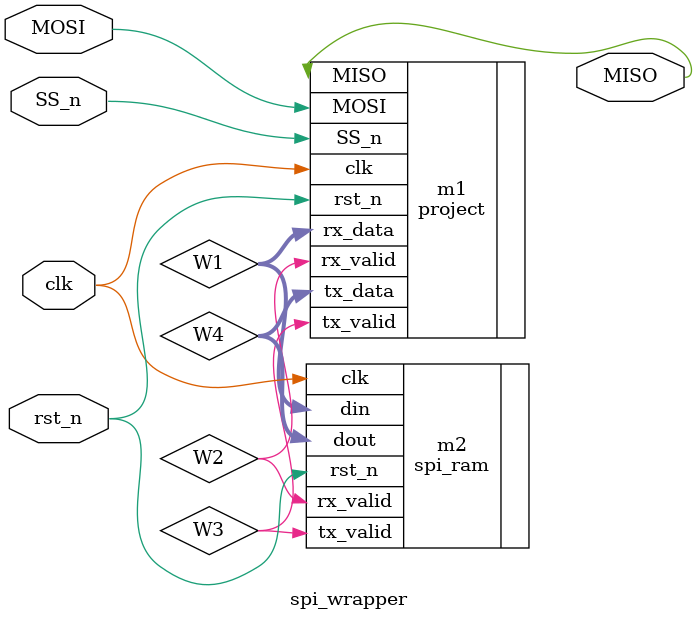
<source format=v>
module spi_wrapper(MISO,MOSI,SS_n,clk,rst_n);
input MOSI,clk,rst_n,SS_n;
output MISO;


wire [9:0] W1;
wire W2,W3;
wire [7:0] W4;
project m1(.MOSI(MOSI),.MISO(MISO),.clk(clk),.rst_n(rst_n),.SS_n(SS_n),.rx_data(W1),.rx_valid(W2),.tx_data(W4),.tx_valid(W3));

spi_ram m2(.clk(clk),.rst_n(rst_n),.din(W1),.rx_valid(W2),.dout(W4),.tx_valid(W3));


endmodule


</source>
